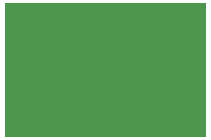
<source format=gbr>
%TF.GenerationSoftware,Altium Limited,Altium Designer,20.1.12 (249)*%
G04 Layer_Color=16711935*
%FSLAX45Y45*%
%MOMM*%
%TF.SameCoordinates,0418086A-757F-42B6-A3B9-695331E80F4B*%
%TF.FilePolarity,Positive*%
%TF.FileFunction,Other,Mechanical_5*%
%TF.Part,Single*%
G01*
G75*
G36*
X1393190Y3689620D02*
Y4817380D01*
X3094990D01*
Y3689620D01*
X1393190D01*
D02*
G37*
%TF.MD5,6ba7abc888fb43597accc7b67e6b2e88*%
M02*

</source>
